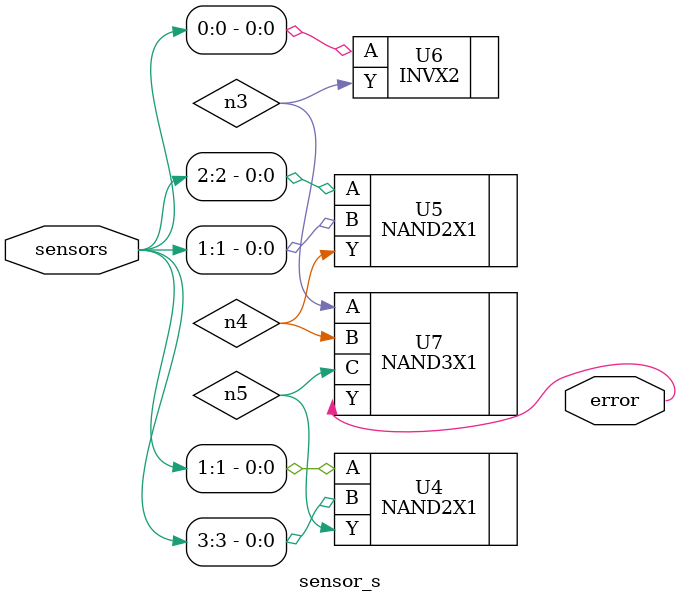
<source format=v>

module sensor_s ( sensors, error );
  input [3:0] sensors;
  output error;
  wire   n3, n4, n5;

  NAND2X1 U4 ( .A(sensors[1]), .B(sensors[3]), .Y(n5) );
  NAND2X1 U5 ( .A(sensors[2]), .B(sensors[1]), .Y(n4) );
  INVX2 U6 ( .A(sensors[0]), .Y(n3) );
  NAND3X1 U7 ( .A(n3), .B(n4), .C(n5), .Y(error) );
endmodule


</source>
